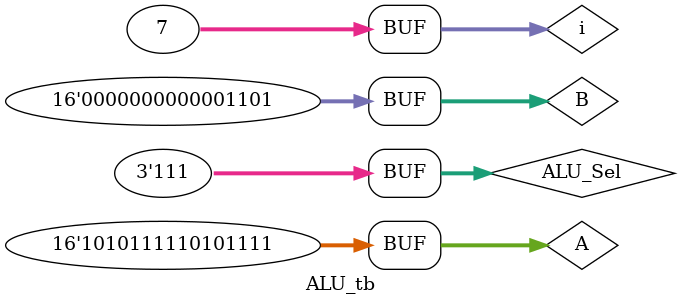
<source format=sv>


module ALU(A,B, Sel, Q);
    
    input [15:0] A,B; //16-bit inputs
    input [2:0] Sel; //Selection
    output [15:0] Q; //16-bit output

    reg [15:0] Result;

    always @(*)
    begin
        case(Sel)
        3'b000: // Zero case
           Result = 0; 
        3'b001: // Addition operation
           Result = (A + B) ;
	3'b010: // Subtraction operation
           Result = (A - B) ;
	3'b011: // Pass-through (value A)
           Result = (A);
	3'b100: // XOR Case
           Result = (A ^ B);
	3'b101: // OR Case
           Result = (A | B);
	3'b110: // AND case
           Result = (A & B) ;
	3'b111: // Add 1 case
           Result = (A + 1'b1) ;
	default: Result = 0;
        endcase
    end

    assign Q = Result; // ALU output assignment

endmodule

`timescale 1ns / 1ps  

module ALU_tb();

 reg[15:0] A,B; //input
 reg[2:0] ALU_Sel; //selection 

 wire[15:0] ALU_Out; //output

 integer i;
 ALU dut(
            A,
	    B,                 
            ALU_Sel,
            ALU_Out
     );
    initial begin
      A = 16'b1010111110101111;
      B = 8'b00001101;
      ALU_Sel = 3'b000;
	#10;
      for (i=0;i<=6;i=i+1)
      begin
       ALU_Sel = ALU_Sel + 3'b001; //add one to the select bit
       #10;
      end;
      
      A = 16'b1010111110101111;
      B = 8'b00001101;
      
    end
endmodule
</source>
